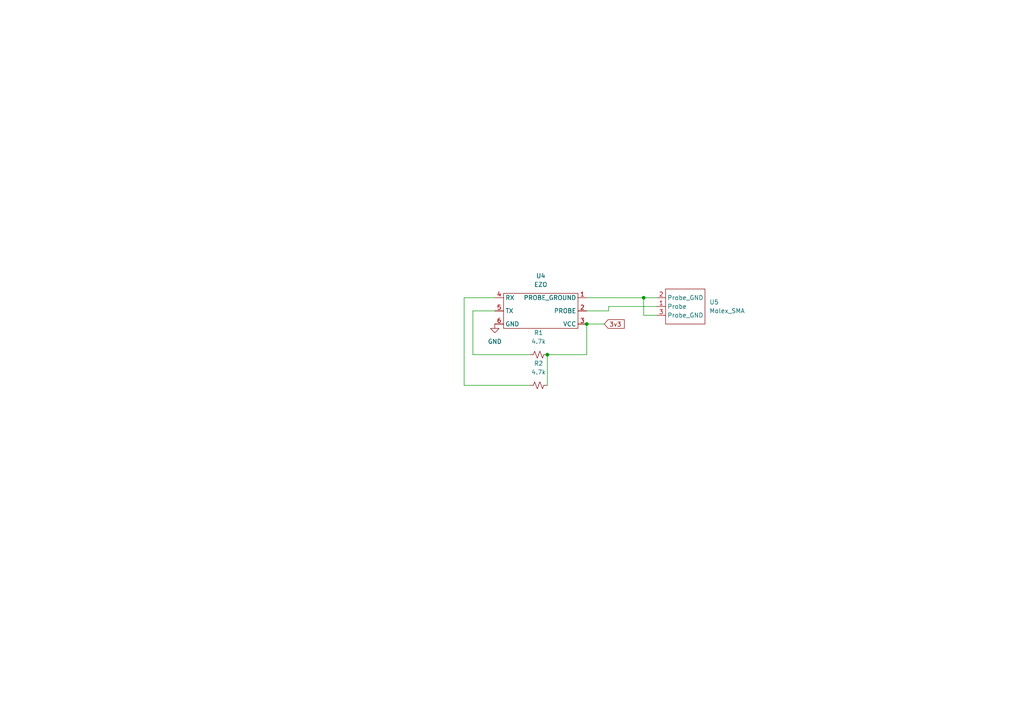
<source format=kicad_sch>
(kicad_sch (version 20211123) (generator eeschema)
  (paper "A4")
  (lib_symbols
    (symbol "Device:R_Small_US" (pin_numbers hide) (pin_names (offset 0.254) hide)
      (property "Reference" "R" (at 0.762 0.508 0))
      (property "Value" "R_Small_US" (at 0.762 -1.016 0))
      (symbol "R_Small_US_1_1"
        (polyline (pts (xy 0 0) (xy 1.016 -0.381) (xy 0 -0.762) (xy -1.016 -1.143) (xy 0 -1.524)))
        (polyline (pts (xy 0 1.524) (xy 1.016 1.143) (xy 0 0.762) (xy -1.016 0.381) (xy 0 0)))
        (pin passive line (at 0 2.54 270) (length 1.016) (name "~") (number "1"))
        (pin passive line (at 0 -2.54 90) (length 1.016) (name "~") (number "2"))
      )
    )
    (symbol "Hydro:EZO"
      (property "Reference" "U" (at 2.54 2.54 0))
      (property "Value" "EZO" (at 2.54 0 0))
      (symbol "EZO_0_1"
        (rectangle (start -10.16 -1.27) (end 11.43 -11.43))
      )
      (symbol "EZO_1_1"
        (pin input line (at -12.7 -2.54 0) (length 2.54) (name "PROBE_GROUND") (number "1"))
        (pin input line (at -12.7 -6.35 0) (length 2.54) (name "PROBE") (number "2"))
        (pin input line (at -12.7 -10.16 0) (length 2.54) (name "VCC") (number "3"))
        (pin input line (at 13.97 -2.54 180) (length 2.54) (name "RX") (number "4"))
        (pin input line (at 13.97 -6.35 180) (length 2.54) (name "TX") (number "5"))
        (pin input line (at 13.97 -10.16 180) (length 2.54) (name "GND") (number "6"))
      )
    )
    (symbol "Hydro:Molex_SMA"
      (property "Reference" "U" (at -0.9339 8.138 0))
      (property "Value" "Molex_SMA" (at -0.2059 6.346 0))
      (symbol "Molex_SMA_0_1"
        (rectangle (start 2.54 5.08) (end 13.97 -5.08))
      )
      (symbol "Molex_SMA_1_1"
        (pin input line (at 0 0 0) (length 2.54) (name "Probe") (number "1"))
        (pin input line (at 0 2.54 0) (length 2.54) (name "Probe_GND") (number "2"))
        (pin input line (at 0 -2.54 0) (length 2.54) (name "Probe_GND") (number "3"))
      )
    )
    (symbol "power:GND" (power) (pin_names (offset 0))
      (property "Value" "GND" (at 0 -3.81 0))
      (symbol "GND_0_1"
        (polyline (pts (xy 0 0) (xy 0 -1.27) (xy 1.27 -1.27) (xy 0 -2.54) (xy -1.27 -1.27) (xy 0 -1.27)))
      )
      (symbol "GND_1_1"
        (pin power_in line (at 0 0 270) (length 0) hide (name "GND") (number "1"))
      )
    )
  )
  (junction (at 186.69 86.36))
  (junction (at 170.18 93.98))
  (junction (at 158.75 102.87))
  (wire (pts (xy 176.53 90.17) (xy 176.53 88.9)))
  (wire (pts (xy 176.53 88.9) (xy 190.5 88.9)))
  (wire (pts (xy 153.67 102.87) (xy 137.16 102.87)))
  (wire (pts (xy 186.69 86.36) (xy 190.5 86.36)))
  (wire (pts (xy 134.62 111.76) (xy 134.62 86.36)))
  (wire (pts (xy 137.16 90.17) (xy 143.51 90.17)))
  (wire (pts (xy 175.26 93.98) (xy 170.18 93.98)))
  (wire (pts (xy 170.18 90.17) (xy 176.53 90.17)))
  (wire (pts (xy 134.62 86.36) (xy 143.51 86.36)))
  (wire (pts (xy 158.75 102.87) (xy 158.75 111.76)))
  (wire (pts (xy 186.69 91.44) (xy 186.69 86.36)))
  (wire (pts (xy 170.18 86.36) (xy 186.69 86.36)))
  (wire (pts (xy 153.67 111.76) (xy 134.62 111.76)))
  (wire (pts (xy 137.16 102.87) (xy 137.16 90.17)))
  (wire (pts (xy 190.5 91.44) (xy 186.69 91.44)))
  (wire (pts (xy 170.18 93.98) (xy 170.18 102.87)))
  (wire (pts (xy 170.18 102.87) (xy 158.75 102.87)))
  (global_label "3v3" (shape input) (at 175.26 93.98 0) (property "Intersheet References" "${INTERSHEET_REFS}" (effects hide)))
  (symbol (lib_id "Hydro:EZO") (at 157.48 83.82 0) (mirror y) (unit 1)
    (property "Reference" "U4" (at 156.845 80.01 0))
    (property "Value" "EZO" (at 156.845 82.55 0))
    (property "Footprint" "Hydro:EZO" (effects hide))
  )
  (symbol (lib_id "power:GND") (at 143.51 93.98 0) (unit 1)
    (property "Reference" "#PWR0107" (effects hide))
    (property "Value" "GND" (at 143.51 99.06 0))
  )
  (symbol (lib_id "Device:R_Small_US") (at 156.21 102.87 270) (unit 1)
    (property "Reference" "R1" (at 156.21 96.52 90))
    (property "Value" "4.7k" (at 156.21 99.06 90))
    (property "Footprint" "Resistor_THT:R_Axial_DIN0207_L6.3mm_D2.5mm_P10.16mm_Horizontal" (effects hide))
  )
  (symbol (lib_id "Device:R_Small_US") (at 156.21 111.76 270) (unit 1)
    (property "Reference" "R2" (at 156.21 105.41 90))
    (property "Value" "4.7k" (at 156.21 107.95 90))
    (property "Footprint" "Resistor_THT:R_Axial_DIN0207_L6.3mm_D2.5mm_P10.16mm_Horizontal" (effects hide))
  )
  (symbol (lib_id "Hydro:Molex_SMA") (at 190.5 88.9 0) (unit 1)
    (property "Reference" "U5" (at 205.74 87.6299 0) (effects (justify left)))
    (property "Value" "Molex_SMA" (at 205.74 90.1699 0) (effects (justify left)))
    (property "Footprint" "Hydro:Molex SMA" (effects hide))
  )
)
</source>
